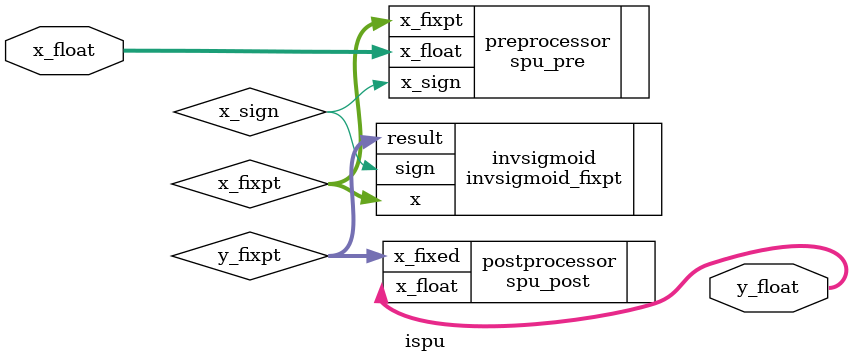
<source format=sv>
module ispu (
    input   logic [31:0] x_float,
    output  logic [31:0] y_float
);

    spu_pre preprocessor (
        .x_float,
        .x_sign, .x_fixpt
    );

    logic [31:0] x_fixpt;
    logic        x_sign;

    invsigmoid_fixpt invsigmoid(
        .x(x_fixpt), .sign(x_sign),
        .result(y_fixpt)
    );

    logic [31:0] y_fixpt;

    spu_post postprocessor (
        .x_fixed(y_fixpt),
        .x_float(y_float)
    );

endmodule
</source>
